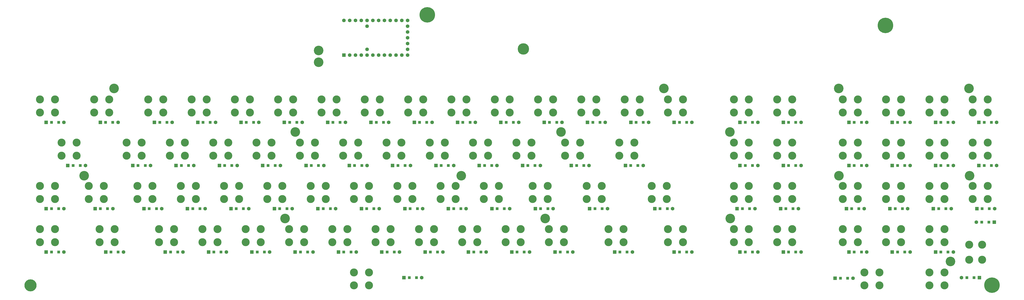
<source format=gbs>
%TF.GenerationSoftware,KiCad,Pcbnew,5.1.9-1.fc33*%
%TF.CreationDate,2021-04-02T14:54:25-04:00*%
%TF.ProjectId,pcb,7063622e-6b69-4636-9164-5f7063625858,rev?*%
%TF.SameCoordinates,Original*%
%TF.FileFunction,Soldermask,Bot*%
%TF.FilePolarity,Negative*%
%FSLAX46Y46*%
G04 Gerber Fmt 4.6, Leading zero omitted, Abs format (unit mm)*
G04 Created by KiCad (PCBNEW 5.1.9-1.fc33) date 2021-04-02 14:54:25*
%MOMM*%
%LPD*%
G01*
G04 APERTURE LIST*
%ADD10C,4.200000*%
%ADD11C,5.300000*%
%ADD12C,5.000000*%
%ADD13C,6.800000*%
%ADD14C,1.600000*%
%ADD15R,1.600000X1.600000*%
%ADD16R,1.200000X1.200000*%
%ADD17C,3.500000*%
G04 APERTURE END LIST*
D10*
%TO.C,3.0mm*%
X482208000Y-247880000D03*
%TD*%
%TO.C,3.0mm*%
X190308000Y-228980000D03*
%TD*%
%TO.C,3.0mm*%
X304408000Y-228980000D03*
%TD*%
%TO.C,3.0mm*%
X385608000Y-228980000D03*
%TD*%
%TO.C,3.0mm*%
X102208000Y-210180000D03*
%TD*%
%TO.C,3.0mm*%
X267608000Y-210180000D03*
%TD*%
%TO.C,3.0mm*%
X433308000Y-210180000D03*
%TD*%
%TO.C,3.0mm*%
X490608000Y-210180000D03*
%TD*%
%TO.C,3.0mm*%
X194808000Y-190980000D03*
%TD*%
%TO.C,3.0mm*%
X311408000Y-190980000D03*
%TD*%
%TO.C,3.0mm*%
X385508000Y-190980000D03*
%TD*%
%TO.C,3.0mm*%
X115308000Y-171880000D03*
%TD*%
%TO.C,3.0mm*%
X356508000Y-171880000D03*
%TD*%
%TO.C,3.0mm*%
X433208000Y-171880000D03*
%TD*%
%TO.C,3.0mm*%
X490408000Y-171880000D03*
%TD*%
%TO.C,3.0mm*%
X205008000Y-160380000D03*
%TD*%
%TO.C,3.0mm*%
X205008000Y-155180000D03*
%TD*%
D11*
%TO.C,4.1mm*%
X78608000Y-258380000D03*
%TD*%
D12*
%TO.C,3.8mm*%
X294908000Y-154480000D03*
%TD*%
D13*
%TO.C,5.6mm*%
X500408000Y-258280000D03*
%TD*%
%TO.C,5.6mm*%
X252708000Y-139480000D03*
%TD*%
%TO.C,5.6mm*%
X453708000Y-144180000D03*
%TD*%
D14*
%TO.C,D0*%
X93308000Y-186730000D03*
D15*
X85508000Y-186730000D03*
D16*
X87833000Y-186730000D03*
X90983000Y-186730000D03*
%TD*%
D14*
%TO.C,D1*%
X117058000Y-186730000D03*
D15*
X109258000Y-186730000D03*
D16*
X111583000Y-186730000D03*
X114733000Y-186730000D03*
%TD*%
D14*
%TO.C,D2*%
X140808000Y-186730000D03*
D15*
X133008000Y-186730000D03*
D16*
X135333000Y-186730000D03*
X138483000Y-186730000D03*
%TD*%
D14*
%TO.C,D3*%
X159808000Y-186730000D03*
D15*
X152008000Y-186730000D03*
D16*
X154333000Y-186730000D03*
X157483000Y-186730000D03*
%TD*%
D14*
%TO.C,D4*%
X178808000Y-186730000D03*
D15*
X171008000Y-186730000D03*
D16*
X173333000Y-186730000D03*
X176483000Y-186730000D03*
%TD*%
D14*
%TO.C,D5*%
X197808000Y-186730000D03*
D15*
X190008000Y-186730000D03*
D16*
X192333000Y-186730000D03*
X195483000Y-186730000D03*
%TD*%
D14*
%TO.C,D6*%
X216808000Y-186730000D03*
D15*
X209008000Y-186730000D03*
D16*
X211333000Y-186730000D03*
X214483000Y-186730000D03*
%TD*%
D14*
%TO.C,D7*%
X235808000Y-186730000D03*
D15*
X228008000Y-186730000D03*
D16*
X230333000Y-186730000D03*
X233483000Y-186730000D03*
%TD*%
D14*
%TO.C,D8*%
X254808000Y-186730000D03*
D15*
X247008000Y-186730000D03*
D16*
X249333000Y-186730000D03*
X252483000Y-186730000D03*
%TD*%
D14*
%TO.C,D9*%
X273808000Y-186730000D03*
D15*
X266008000Y-186730000D03*
D16*
X268333000Y-186730000D03*
X271483000Y-186730000D03*
%TD*%
D14*
%TO.C,D10*%
X292808000Y-186730000D03*
D15*
X285008000Y-186730000D03*
D16*
X287333000Y-186730000D03*
X290483000Y-186730000D03*
%TD*%
D14*
%TO.C,D11*%
X311808000Y-186730000D03*
D15*
X304008000Y-186730000D03*
D16*
X306333000Y-186730000D03*
X309483000Y-186730000D03*
%TD*%
D14*
%TO.C,D12*%
X330808000Y-186730000D03*
D15*
X323008000Y-186730000D03*
D16*
X325333000Y-186730000D03*
X328483000Y-186730000D03*
%TD*%
D14*
%TO.C,D13*%
X349808000Y-186730000D03*
D15*
X342008000Y-186730000D03*
D16*
X344333000Y-186730000D03*
X347483000Y-186730000D03*
%TD*%
D14*
%TO.C,D14*%
X368808000Y-186730000D03*
D15*
X361008000Y-186730000D03*
D16*
X363333000Y-186730000D03*
X366483000Y-186730000D03*
%TD*%
D14*
%TO.C,D15*%
X397708000Y-186730000D03*
D15*
X389908000Y-186730000D03*
D16*
X392233000Y-186730000D03*
X395383000Y-186730000D03*
%TD*%
D14*
%TO.C,D16*%
X416708000Y-186730000D03*
D15*
X408908000Y-186730000D03*
D16*
X411233000Y-186730000D03*
X414383000Y-186730000D03*
%TD*%
D14*
%TO.C,D17*%
X445508000Y-186730000D03*
D15*
X437708000Y-186730000D03*
D16*
X440033000Y-186730000D03*
X443183000Y-186730000D03*
%TD*%
D14*
%TO.C,D18*%
X464508000Y-186730000D03*
D15*
X456708000Y-186730000D03*
D16*
X459033000Y-186730000D03*
X462183000Y-186730000D03*
%TD*%
D14*
%TO.C,D19*%
X483508000Y-186730000D03*
D15*
X475708000Y-186730000D03*
D16*
X478033000Y-186730000D03*
X481183000Y-186730000D03*
%TD*%
D14*
%TO.C,D20*%
X502508000Y-186730000D03*
D15*
X494708000Y-186730000D03*
D16*
X497033000Y-186730000D03*
X500183000Y-186730000D03*
%TD*%
D14*
%TO.C,D21*%
X102808000Y-205730000D03*
D15*
X95008000Y-205730000D03*
D16*
X97333000Y-205730000D03*
X100483000Y-205730000D03*
%TD*%
D14*
%TO.C,D22*%
X131308000Y-205730000D03*
D15*
X123508000Y-205730000D03*
D16*
X125833000Y-205730000D03*
X128983000Y-205730000D03*
%TD*%
D14*
%TO.C,D23*%
X150308000Y-205730000D03*
D15*
X142508000Y-205730000D03*
D16*
X144833000Y-205730000D03*
X147983000Y-205730000D03*
%TD*%
D14*
%TO.C,D24*%
X169308000Y-205730000D03*
D15*
X161508000Y-205730000D03*
D16*
X163833000Y-205730000D03*
X166983000Y-205730000D03*
%TD*%
D14*
%TO.C,D25*%
X188308000Y-205730000D03*
D15*
X180508000Y-205730000D03*
D16*
X182833000Y-205730000D03*
X185983000Y-205730000D03*
%TD*%
D14*
%TO.C,D26*%
X207308000Y-205730000D03*
D15*
X199508000Y-205730000D03*
D16*
X201833000Y-205730000D03*
X204983000Y-205730000D03*
%TD*%
D14*
%TO.C,D27*%
X226308000Y-205730000D03*
D15*
X218508000Y-205730000D03*
D16*
X220833000Y-205730000D03*
X223983000Y-205730000D03*
%TD*%
D14*
%TO.C,D28*%
X245308000Y-205730000D03*
D15*
X237508000Y-205730000D03*
D16*
X239833000Y-205730000D03*
X242983000Y-205730000D03*
%TD*%
D14*
%TO.C,D29*%
X264308000Y-205730000D03*
D15*
X256508000Y-205730000D03*
D16*
X258833000Y-205730000D03*
X261983000Y-205730000D03*
%TD*%
D14*
%TO.C,D30*%
X283308000Y-205730000D03*
D15*
X275508000Y-205730000D03*
D16*
X277833000Y-205730000D03*
X280983000Y-205730000D03*
%TD*%
D14*
%TO.C,D31*%
X302308000Y-205730000D03*
D15*
X294508000Y-205730000D03*
D16*
X296833000Y-205730000D03*
X299983000Y-205730000D03*
%TD*%
D14*
%TO.C,D32*%
X323683000Y-205730000D03*
D15*
X315883000Y-205730000D03*
D16*
X318208000Y-205730000D03*
X321358000Y-205730000D03*
%TD*%
D14*
%TO.C,D33*%
X347433000Y-205730000D03*
D15*
X339633000Y-205730000D03*
D16*
X341958000Y-205730000D03*
X345108000Y-205730000D03*
%TD*%
D14*
%TO.C,D34*%
X397708000Y-205730000D03*
D15*
X389908000Y-205730000D03*
D16*
X392233000Y-205730000D03*
X395383000Y-205730000D03*
%TD*%
D14*
%TO.C,D35*%
X416708000Y-205730000D03*
D15*
X408908000Y-205730000D03*
D16*
X411233000Y-205730000D03*
X414383000Y-205730000D03*
%TD*%
D14*
%TO.C,D36*%
X445508000Y-205730000D03*
D15*
X437708000Y-205730000D03*
D16*
X440033000Y-205730000D03*
X443183000Y-205730000D03*
%TD*%
D14*
%TO.C,D37*%
X464508000Y-205730000D03*
D15*
X456708000Y-205730000D03*
D16*
X459033000Y-205730000D03*
X462183000Y-205730000D03*
%TD*%
D14*
%TO.C,D38*%
X483508000Y-205730000D03*
D15*
X475708000Y-205730000D03*
D16*
X478033000Y-205730000D03*
X481183000Y-205730000D03*
%TD*%
D14*
%TO.C,D39*%
X502508000Y-205730000D03*
D15*
X494708000Y-205730000D03*
D16*
X497033000Y-205730000D03*
X500183000Y-205730000D03*
%TD*%
D14*
%TO.C,D41*%
X493624000Y-230632000D03*
D15*
X501424000Y-230632000D03*
D16*
X499099000Y-230632000D03*
X495949000Y-230632000D03*
%TD*%
D14*
%TO.C,D42*%
X93308000Y-224730000D03*
D15*
X85508000Y-224730000D03*
D16*
X87833000Y-224730000D03*
X90983000Y-224730000D03*
%TD*%
D14*
%TO.C,D43*%
X114761750Y-224730000D03*
D15*
X106961750Y-224730000D03*
D16*
X109286750Y-224730000D03*
X112436750Y-224730000D03*
%TD*%
D14*
%TO.C,D44*%
X136215500Y-224730000D03*
D15*
X128415500Y-224730000D03*
D16*
X130740500Y-224730000D03*
X133890500Y-224730000D03*
%TD*%
D14*
%TO.C,D45*%
X155294250Y-224730000D03*
D15*
X147494250Y-224730000D03*
D16*
X149819250Y-224730000D03*
X152969250Y-224730000D03*
%TD*%
D14*
%TO.C,D46*%
X174373000Y-224730000D03*
D15*
X166573000Y-224730000D03*
D16*
X168898000Y-224730000D03*
X172048000Y-224730000D03*
%TD*%
D14*
%TO.C,D47*%
X193451750Y-224730000D03*
D15*
X185651750Y-224730000D03*
D16*
X187976750Y-224730000D03*
X191126750Y-224730000D03*
%TD*%
D14*
%TO.C,D49*%
X212530500Y-224730000D03*
D15*
X204730500Y-224730000D03*
D16*
X207055500Y-224730000D03*
X210205500Y-224730000D03*
%TD*%
D14*
%TO.C,D50*%
X231609250Y-224730000D03*
D15*
X223809250Y-224730000D03*
D16*
X226134250Y-224730000D03*
X229284250Y-224730000D03*
%TD*%
D14*
%TO.C,D51*%
X250688000Y-224730000D03*
D15*
X242888000Y-224730000D03*
D16*
X245213000Y-224730000D03*
X248363000Y-224730000D03*
%TD*%
D14*
%TO.C,D52*%
X269766750Y-224730000D03*
D15*
X261966750Y-224730000D03*
D16*
X264291750Y-224730000D03*
X267441750Y-224730000D03*
%TD*%
D14*
%TO.C,D53*%
X288845500Y-224730000D03*
D15*
X281045500Y-224730000D03*
D16*
X283370500Y-224730000D03*
X286520500Y-224730000D03*
%TD*%
D14*
%TO.C,D54*%
X307924250Y-224730000D03*
D15*
X300124250Y-224730000D03*
D16*
X302449250Y-224730000D03*
X305599250Y-224730000D03*
%TD*%
D14*
%TO.C,D55*%
X331753000Y-224730000D03*
D15*
X323953000Y-224730000D03*
D16*
X326278000Y-224730000D03*
X329428000Y-224730000D03*
%TD*%
D14*
%TO.C,D56*%
X360331750Y-224730000D03*
D15*
X352531750Y-224730000D03*
D16*
X354856750Y-224730000D03*
X358006750Y-224730000D03*
%TD*%
D14*
%TO.C,D57*%
X396435500Y-224730000D03*
D15*
X388635500Y-224730000D03*
D16*
X390960500Y-224730000D03*
X394110500Y-224730000D03*
%TD*%
D14*
%TO.C,D58*%
X415514250Y-224730000D03*
D15*
X407714250Y-224730000D03*
D16*
X410039250Y-224730000D03*
X413189250Y-224730000D03*
%TD*%
D14*
%TO.C,D59*%
X444393000Y-224730000D03*
D15*
X436593000Y-224730000D03*
D16*
X438918000Y-224730000D03*
X442068000Y-224730000D03*
%TD*%
D14*
%TO.C,D60*%
X463471750Y-224730000D03*
D15*
X455671750Y-224730000D03*
D16*
X457996750Y-224730000D03*
X461146750Y-224730000D03*
%TD*%
D14*
%TO.C,D61*%
X482550500Y-224730000D03*
D15*
X474750500Y-224730000D03*
D16*
X477075500Y-224730000D03*
X480225500Y-224730000D03*
%TD*%
D14*
%TO.C,D62*%
X501629250Y-224730000D03*
D15*
X493829250Y-224730000D03*
D16*
X496154250Y-224730000D03*
X499304250Y-224730000D03*
%TD*%
D14*
%TO.C,D63*%
X487110000Y-255016000D03*
D15*
X494910000Y-255016000D03*
D16*
X492585000Y-255016000D03*
X489435000Y-255016000D03*
%TD*%
D14*
%TO.C,D64*%
X93308000Y-243730000D03*
D15*
X85508000Y-243730000D03*
D16*
X87833000Y-243730000D03*
X90983000Y-243730000D03*
%TD*%
D14*
%TO.C,D65*%
X119433000Y-243730000D03*
D15*
X111633000Y-243730000D03*
D16*
X113958000Y-243730000D03*
X117108000Y-243730000D03*
%TD*%
D14*
%TO.C,D66*%
X145558000Y-243730000D03*
D15*
X137758000Y-243730000D03*
D16*
X140083000Y-243730000D03*
X143233000Y-243730000D03*
%TD*%
D14*
%TO.C,D67*%
X164558000Y-243730000D03*
D15*
X156758000Y-243730000D03*
D16*
X159083000Y-243730000D03*
X162233000Y-243730000D03*
%TD*%
D14*
%TO.C,D68*%
X183558000Y-243730000D03*
D15*
X175758000Y-243730000D03*
D16*
X178083000Y-243730000D03*
X181233000Y-243730000D03*
%TD*%
D14*
%TO.C,D69*%
X202558000Y-243730000D03*
D15*
X194758000Y-243730000D03*
D16*
X197083000Y-243730000D03*
X200233000Y-243730000D03*
%TD*%
D14*
%TO.C,D70*%
X221558000Y-243730000D03*
D15*
X213758000Y-243730000D03*
D16*
X216083000Y-243730000D03*
X219233000Y-243730000D03*
%TD*%
D14*
%TO.C,D71*%
X250280000Y-255016000D03*
D15*
X242480000Y-255016000D03*
D16*
X244805000Y-255016000D03*
X247955000Y-255016000D03*
%TD*%
D14*
%TO.C,D72*%
X240558000Y-243730000D03*
D15*
X232758000Y-243730000D03*
D16*
X235083000Y-243730000D03*
X238233000Y-243730000D03*
%TD*%
D14*
%TO.C,D73*%
X259558000Y-243730000D03*
D15*
X251758000Y-243730000D03*
D16*
X254083000Y-243730000D03*
X257233000Y-243730000D03*
%TD*%
D14*
%TO.C,D74*%
X278558000Y-243730000D03*
D15*
X270758000Y-243730000D03*
D16*
X273083000Y-243730000D03*
X276233000Y-243730000D03*
%TD*%
D14*
%TO.C,D75*%
X297558000Y-243730000D03*
D15*
X289758000Y-243730000D03*
D16*
X292083000Y-243730000D03*
X295233000Y-243730000D03*
%TD*%
D14*
%TO.C,D76*%
X316558000Y-243730000D03*
D15*
X308758000Y-243730000D03*
D16*
X311083000Y-243730000D03*
X314233000Y-243730000D03*
%TD*%
D14*
%TO.C,D77*%
X342683000Y-243730000D03*
D15*
X334883000Y-243730000D03*
D16*
X337208000Y-243730000D03*
X340358000Y-243730000D03*
%TD*%
D14*
%TO.C,D78*%
X368808000Y-243730000D03*
D15*
X361008000Y-243730000D03*
D16*
X363333000Y-243730000D03*
X366483000Y-243730000D03*
%TD*%
D14*
%TO.C,D79*%
X397708000Y-243730000D03*
D15*
X389908000Y-243730000D03*
D16*
X392233000Y-243730000D03*
X395383000Y-243730000D03*
%TD*%
D14*
%TO.C,D80*%
X416708000Y-243730000D03*
D15*
X408908000Y-243730000D03*
D16*
X411233000Y-243730000D03*
X414383000Y-243730000D03*
%TD*%
D14*
%TO.C,D81*%
X445508000Y-243730000D03*
D15*
X437708000Y-243730000D03*
D16*
X440033000Y-243730000D03*
X443183000Y-243730000D03*
%TD*%
D14*
%TO.C,D82*%
X464508000Y-243730000D03*
D15*
X456708000Y-243730000D03*
D16*
X459033000Y-243730000D03*
X462183000Y-243730000D03*
%TD*%
D14*
%TO.C,D83*%
X483508000Y-243730000D03*
D15*
X475708000Y-243730000D03*
D16*
X478033000Y-243730000D03*
X481183000Y-243730000D03*
%TD*%
D14*
%TO.C,D84*%
X439448000Y-255270000D03*
D15*
X431648000Y-255270000D03*
D16*
X433973000Y-255270000D03*
X437123000Y-255270000D03*
%TD*%
D17*
%TO.C,K0*%
X89408000Y-182420000D03*
X82808000Y-182420000D03*
X89408000Y-176680000D03*
X82808000Y-176680000D03*
%TD*%
%TO.C,K1*%
X113158000Y-182420000D03*
X106558000Y-182420000D03*
X113158000Y-176680000D03*
X106558000Y-176680000D03*
%TD*%
%TO.C,K2*%
X136908000Y-182420000D03*
X130308000Y-182420000D03*
X136908000Y-176680000D03*
X130308000Y-176680000D03*
%TD*%
%TO.C,K3*%
X155908000Y-182420000D03*
X149308000Y-182420000D03*
X155908000Y-176680000D03*
X149308000Y-176680000D03*
%TD*%
%TO.C,K4*%
X174908000Y-182420000D03*
X168308000Y-182420000D03*
X174908000Y-176680000D03*
X168308000Y-176680000D03*
%TD*%
%TO.C,K5*%
X193908000Y-182420000D03*
X187308000Y-182420000D03*
X193908000Y-176680000D03*
X187308000Y-176680000D03*
%TD*%
%TO.C,K6*%
X212908000Y-182420000D03*
X206308000Y-182420000D03*
X212908000Y-176680000D03*
X206308000Y-176680000D03*
%TD*%
%TO.C,K7*%
X231908000Y-182420000D03*
X225308000Y-182420000D03*
X231908000Y-176680000D03*
X225308000Y-176680000D03*
%TD*%
%TO.C,K8*%
X250908000Y-182420000D03*
X244308000Y-182420000D03*
X250908000Y-176680000D03*
X244308000Y-176680000D03*
%TD*%
%TO.C,K9*%
X269908000Y-182420000D03*
X263308000Y-182420000D03*
X269908000Y-176680000D03*
X263308000Y-176680000D03*
%TD*%
%TO.C,K10*%
X288908000Y-182420000D03*
X282308000Y-182420000D03*
X288908000Y-176680000D03*
X282308000Y-176680000D03*
%TD*%
%TO.C,K11*%
X307908000Y-182420000D03*
X301308000Y-182420000D03*
X307908000Y-176680000D03*
X301308000Y-176680000D03*
%TD*%
%TO.C,K12*%
X326908000Y-182420000D03*
X320308000Y-182420000D03*
X326908000Y-176680000D03*
X320308000Y-176680000D03*
%TD*%
%TO.C,K13*%
X345908000Y-182420000D03*
X339308000Y-182420000D03*
X345908000Y-176680000D03*
X339308000Y-176680000D03*
%TD*%
%TO.C,K14*%
X364908000Y-182420000D03*
X358308000Y-182420000D03*
X364908000Y-176680000D03*
X358308000Y-176680000D03*
%TD*%
%TO.C,K15*%
X393808000Y-182420000D03*
X387208000Y-182420000D03*
X393808000Y-176680000D03*
X387208000Y-176680000D03*
%TD*%
%TO.C,K16*%
X412808000Y-182420000D03*
X406208000Y-182420000D03*
X412808000Y-176680000D03*
X406208000Y-176680000D03*
%TD*%
%TO.C,K17*%
X441608000Y-182420000D03*
X435008000Y-182420000D03*
X441608000Y-176680000D03*
X435008000Y-176680000D03*
%TD*%
%TO.C,K18*%
X460608000Y-182420000D03*
X454008000Y-182420000D03*
X460608000Y-176680000D03*
X454008000Y-176680000D03*
%TD*%
%TO.C,K19*%
X479608000Y-182420000D03*
X473008000Y-182420000D03*
X479608000Y-176680000D03*
X473008000Y-176680000D03*
%TD*%
%TO.C,K20*%
X498608000Y-182420000D03*
X492008000Y-182420000D03*
X498608000Y-176680000D03*
X492008000Y-176680000D03*
%TD*%
%TO.C,K21*%
X98908000Y-201420000D03*
X92308000Y-201420000D03*
X98908000Y-195680000D03*
X92308000Y-195680000D03*
%TD*%
%TO.C,K22*%
X127408000Y-201420000D03*
X120808000Y-201420000D03*
X127408000Y-195680000D03*
X120808000Y-195680000D03*
%TD*%
%TO.C,K23*%
X146408000Y-201420000D03*
X139808000Y-201420000D03*
X146408000Y-195680000D03*
X139808000Y-195680000D03*
%TD*%
%TO.C,K24*%
X165408000Y-201420000D03*
X158808000Y-201420000D03*
X165408000Y-195680000D03*
X158808000Y-195680000D03*
%TD*%
%TO.C,K25*%
X184408000Y-201420000D03*
X177808000Y-201420000D03*
X184408000Y-195680000D03*
X177808000Y-195680000D03*
%TD*%
%TO.C,K26*%
X203408000Y-201420000D03*
X196808000Y-201420000D03*
X203408000Y-195680000D03*
X196808000Y-195680000D03*
%TD*%
%TO.C,K27*%
X222408000Y-201420000D03*
X215808000Y-201420000D03*
X222408000Y-195680000D03*
X215808000Y-195680000D03*
%TD*%
%TO.C,K28*%
X241408000Y-201420000D03*
X234808000Y-201420000D03*
X241408000Y-195680000D03*
X234808000Y-195680000D03*
%TD*%
%TO.C,K29*%
X260408000Y-201420000D03*
X253808000Y-201420000D03*
X260408000Y-195680000D03*
X253808000Y-195680000D03*
%TD*%
%TO.C,K30*%
X279408000Y-201420000D03*
X272808000Y-201420000D03*
X279408000Y-195680000D03*
X272808000Y-195680000D03*
%TD*%
%TO.C,K31*%
X298408000Y-201420000D03*
X291808000Y-201420000D03*
X298408000Y-195680000D03*
X291808000Y-195680000D03*
%TD*%
%TO.C,K32*%
X319783000Y-201420000D03*
X313183000Y-201420000D03*
X319783000Y-195680000D03*
X313183000Y-195680000D03*
%TD*%
%TO.C,K33*%
X343533000Y-201420000D03*
X336933000Y-201420000D03*
X343533000Y-195680000D03*
X336933000Y-195680000D03*
%TD*%
%TO.C,K34*%
X393808000Y-201420000D03*
X387208000Y-201420000D03*
X393808000Y-195680000D03*
X387208000Y-195680000D03*
%TD*%
%TO.C,K35*%
X412808000Y-201420000D03*
X406208000Y-201420000D03*
X412808000Y-195680000D03*
X406208000Y-195680000D03*
%TD*%
%TO.C,K36*%
X441608000Y-201420000D03*
X435008000Y-201420000D03*
X441608000Y-195680000D03*
X435008000Y-195680000D03*
%TD*%
%TO.C,K37*%
X460608000Y-201420000D03*
X454008000Y-201420000D03*
X460608000Y-195680000D03*
X454008000Y-195680000D03*
%TD*%
%TO.C,K38*%
X479608000Y-201420000D03*
X473008000Y-201420000D03*
X479608000Y-195680000D03*
X473008000Y-195680000D03*
%TD*%
%TO.C,K39*%
X498608000Y-201420000D03*
X492008000Y-201420000D03*
X498608000Y-195680000D03*
X492008000Y-195680000D03*
%TD*%
%TO.C,K41*%
X490421000Y-247100000D03*
X490421000Y-240500000D03*
X496161000Y-247100000D03*
X496161000Y-240500000D03*
%TD*%
%TO.C,K42*%
X89408000Y-220420000D03*
X82808000Y-220420000D03*
X89408000Y-214680000D03*
X82808000Y-214680000D03*
%TD*%
%TO.C,K43*%
X110783000Y-220420000D03*
X104183000Y-220420000D03*
X110783000Y-214680000D03*
X104183000Y-214680000D03*
%TD*%
%TO.C,K44*%
X132158000Y-220420000D03*
X125558000Y-220420000D03*
X132158000Y-214680000D03*
X125558000Y-214680000D03*
%TD*%
%TO.C,K45*%
X151158000Y-220420000D03*
X144558000Y-220420000D03*
X151158000Y-214680000D03*
X144558000Y-214680000D03*
%TD*%
%TO.C,K46*%
X170158000Y-220420000D03*
X163558000Y-220420000D03*
X170158000Y-214680000D03*
X163558000Y-214680000D03*
%TD*%
%TO.C,K47*%
X189158000Y-220420000D03*
X182558000Y-220420000D03*
X189158000Y-214680000D03*
X182558000Y-214680000D03*
%TD*%
%TO.C,K49*%
X208158000Y-220420000D03*
X201558000Y-220420000D03*
X208158000Y-214680000D03*
X201558000Y-214680000D03*
%TD*%
%TO.C,K50*%
X227158000Y-220420000D03*
X220558000Y-220420000D03*
X227158000Y-214680000D03*
X220558000Y-214680000D03*
%TD*%
%TO.C,K51*%
X246158000Y-220420000D03*
X239558000Y-220420000D03*
X246158000Y-214680000D03*
X239558000Y-214680000D03*
%TD*%
%TO.C,K52*%
X265158000Y-220420000D03*
X258558000Y-220420000D03*
X265158000Y-214680000D03*
X258558000Y-214680000D03*
%TD*%
%TO.C,K53*%
X284158000Y-220420000D03*
X277558000Y-220420000D03*
X284158000Y-214680000D03*
X277558000Y-214680000D03*
%TD*%
%TO.C,K54*%
X305533000Y-220420000D03*
X298933000Y-220420000D03*
X305533000Y-214680000D03*
X298933000Y-214680000D03*
%TD*%
%TO.C,K55*%
X329283000Y-220420000D03*
X322683000Y-220420000D03*
X329283000Y-214680000D03*
X322683000Y-214680000D03*
%TD*%
%TO.C,K56*%
X357783000Y-220420000D03*
X351183000Y-220420000D03*
X357783000Y-214680000D03*
X351183000Y-214680000D03*
%TD*%
%TO.C,K57*%
X393808000Y-220420000D03*
X387208000Y-220420000D03*
X393808000Y-214680000D03*
X387208000Y-214680000D03*
%TD*%
%TO.C,K58*%
X412808000Y-220420000D03*
X406208000Y-220420000D03*
X412808000Y-214680000D03*
X406208000Y-214680000D03*
%TD*%
%TO.C,K59*%
X441608000Y-220420000D03*
X435008000Y-220420000D03*
X441608000Y-214680000D03*
X435008000Y-214680000D03*
%TD*%
%TO.C,K60*%
X460608000Y-220420000D03*
X454008000Y-220420000D03*
X460608000Y-214680000D03*
X454008000Y-214680000D03*
%TD*%
%TO.C,K61*%
X479608000Y-220420000D03*
X473008000Y-220420000D03*
X479608000Y-214680000D03*
X473008000Y-214680000D03*
%TD*%
%TO.C,K62*%
X498608000Y-220420000D03*
X492008000Y-220420000D03*
X498608000Y-214680000D03*
X492008000Y-214680000D03*
%TD*%
%TO.C,K63*%
X479608000Y-258420000D03*
X473008000Y-258420000D03*
X479608000Y-252680000D03*
X473008000Y-252680000D03*
%TD*%
%TO.C,K64*%
X89408000Y-239420000D03*
X82808000Y-239420000D03*
X89408000Y-233680000D03*
X82808000Y-233680000D03*
%TD*%
%TO.C,K65*%
X115533000Y-239420000D03*
X108933000Y-239420000D03*
X115533000Y-233680000D03*
X108933000Y-233680000D03*
%TD*%
%TO.C,K66*%
X141658000Y-239420000D03*
X135058000Y-239420000D03*
X141658000Y-233680000D03*
X135058000Y-233680000D03*
%TD*%
%TO.C,K67*%
X160658000Y-239420000D03*
X154058000Y-239420000D03*
X160658000Y-233680000D03*
X154058000Y-233680000D03*
%TD*%
%TO.C,K68*%
X179658000Y-239420000D03*
X173058000Y-239420000D03*
X179658000Y-233680000D03*
X173058000Y-233680000D03*
%TD*%
%TO.C,K69*%
X198658000Y-239420000D03*
X192058000Y-239420000D03*
X198658000Y-233680000D03*
X192058000Y-233680000D03*
%TD*%
%TO.C,K70*%
X217658000Y-239420000D03*
X211058000Y-239420000D03*
X217658000Y-233680000D03*
X211058000Y-233680000D03*
%TD*%
%TO.C,K71*%
X227158000Y-258420000D03*
X220558000Y-258420000D03*
X227158000Y-252680000D03*
X220558000Y-252680000D03*
%TD*%
%TO.C,K72*%
X236658000Y-239420000D03*
X230058000Y-239420000D03*
X236658000Y-233680000D03*
X230058000Y-233680000D03*
%TD*%
%TO.C,K73*%
X255658000Y-239420000D03*
X249058000Y-239420000D03*
X255658000Y-233680000D03*
X249058000Y-233680000D03*
%TD*%
%TO.C,K74*%
X274658000Y-239420000D03*
X268058000Y-239420000D03*
X274658000Y-233680000D03*
X268058000Y-233680000D03*
%TD*%
%TO.C,K75*%
X293658000Y-239420000D03*
X287058000Y-239420000D03*
X293658000Y-233680000D03*
X287058000Y-233680000D03*
%TD*%
%TO.C,K76*%
X312658000Y-239420000D03*
X306058000Y-239420000D03*
X312658000Y-233680000D03*
X306058000Y-233680000D03*
%TD*%
%TO.C,K77*%
X338783000Y-239420000D03*
X332183000Y-239420000D03*
X338783000Y-233680000D03*
X332183000Y-233680000D03*
%TD*%
%TO.C,K78*%
X364908000Y-239420000D03*
X358308000Y-239420000D03*
X364908000Y-233680000D03*
X358308000Y-233680000D03*
%TD*%
%TO.C,K79*%
X393808000Y-239420000D03*
X387208000Y-239420000D03*
X393808000Y-233680000D03*
X387208000Y-233680000D03*
%TD*%
%TO.C,K80*%
X412808000Y-239420000D03*
X406208000Y-239420000D03*
X412808000Y-233680000D03*
X406208000Y-233680000D03*
%TD*%
%TO.C,K81*%
X441608000Y-239420000D03*
X435008000Y-239420000D03*
X441608000Y-233680000D03*
X435008000Y-233680000D03*
%TD*%
%TO.C,K82*%
X460608000Y-239420000D03*
X454008000Y-239420000D03*
X460608000Y-233680000D03*
X454008000Y-233680000D03*
%TD*%
%TO.C,K83*%
X479608000Y-239420000D03*
X473008000Y-239420000D03*
X479608000Y-233680000D03*
X473008000Y-233680000D03*
%TD*%
%TO.C,K84*%
X451108000Y-258420000D03*
X444508000Y-258420000D03*
X451108000Y-252680000D03*
X444508000Y-252680000D03*
%TD*%
D14*
%TO.C,U0*%
X226314000Y-144526000D03*
X226314000Y-154686000D03*
X216154000Y-141986000D03*
X218694000Y-141986000D03*
X221234000Y-141986000D03*
X223774000Y-141986000D03*
X226314000Y-141986000D03*
X228854000Y-141986000D03*
X231394000Y-141986000D03*
X233934000Y-141986000D03*
X236474000Y-141986000D03*
X239014000Y-141986000D03*
X241554000Y-141986000D03*
X244094000Y-141986000D03*
X244094000Y-144526000D03*
X244094000Y-147066000D03*
X244094000Y-152146000D03*
X244094000Y-154686000D03*
X244094000Y-157226000D03*
X241554000Y-157226000D03*
X239014000Y-157226000D03*
X236474000Y-157226000D03*
X233934000Y-157226000D03*
X231394000Y-157226000D03*
X228854000Y-157226000D03*
X226314000Y-157226000D03*
X223774000Y-157226000D03*
X221234000Y-157226000D03*
X218694000Y-157226000D03*
D15*
X216154000Y-157226000D03*
D14*
X244094000Y-149606000D03*
%TD*%
M02*

</source>
